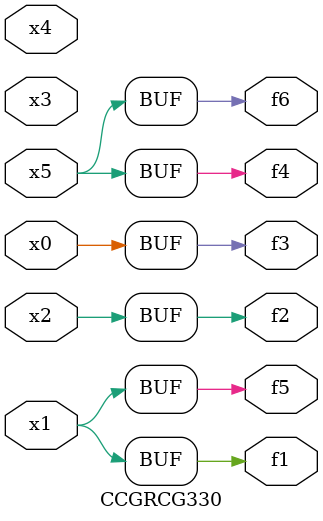
<source format=v>
module CCGRCG330(
	input x0, x1, x2, x3, x4, x5,
	output f1, f2, f3, f4, f5, f6
);
	assign f1 = x1;
	assign f2 = x2;
	assign f3 = x0;
	assign f4 = x5;
	assign f5 = x1;
	assign f6 = x5;
endmodule

</source>
